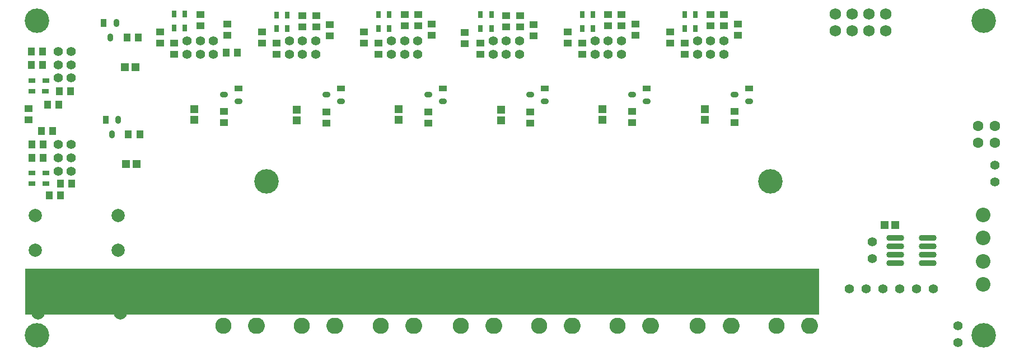
<source format=gbs>
G04 Layer_Color=16711935*
%FSLAX24Y24*%
%MOIN*%
G70*
G01*
G75*
%ADD100R,0.0474X0.0474*%
%ADD101R,0.0434X0.0474*%
%ADD102R,0.0474X0.0434*%
%ADD105R,0.0474X0.0474*%
%ADD132C,0.0552*%
%ADD133C,0.1458*%
%ADD134C,0.0789*%
%ADD135C,0.0680*%
%ADD136C,0.0630*%
%ADD137O,0.1005X0.0966*%
%ADD138C,0.0966*%
%ADD139C,0.0867*%
%ADD140R,4.7250X0.2750*%
%ADD141R,0.0395X0.0316*%
%ADD142R,0.0316X0.0395*%
%ADD143O,0.1064X0.0356*%
%ADD144R,0.0474X0.0356*%
%ADD145O,0.0474X0.0356*%
%ADD146R,0.0356X0.0474*%
%ADD147O,0.0356X0.0474*%
D100*
X62745Y17910D02*
D03*
X63375D02*
D03*
X17520Y27287D02*
D03*
X18150D02*
D03*
X17591Y21540D02*
D03*
X18221D02*
D03*
D101*
X24225Y28150D02*
D03*
X23555D02*
D03*
X17658Y29059D02*
D03*
X18327D02*
D03*
X11950Y28229D02*
D03*
X12619D02*
D03*
X11950Y27441D02*
D03*
X12619D02*
D03*
X17729Y23311D02*
D03*
X18398D02*
D03*
X12905Y25050D02*
D03*
X13575D02*
D03*
X12532Y23508D02*
D03*
X13201D02*
D03*
X11981Y22681D02*
D03*
X12650D02*
D03*
X11981Y21894D02*
D03*
X12650D02*
D03*
X13005Y19650D02*
D03*
X13675D02*
D03*
X13674Y20359D02*
D03*
X14343D02*
D03*
X13604Y25867D02*
D03*
X14273D02*
D03*
D102*
X53811Y24668D02*
D03*
Y23998D02*
D03*
X54008Y29864D02*
D03*
Y29195D02*
D03*
X53181Y30416D02*
D03*
Y29746D02*
D03*
X52393Y30416D02*
D03*
Y29746D02*
D03*
X50858Y28723D02*
D03*
Y28053D02*
D03*
X49992Y29392D02*
D03*
Y28723D02*
D03*
X47708Y24668D02*
D03*
Y23998D02*
D03*
X47905Y29864D02*
D03*
Y29195D02*
D03*
X47078Y30416D02*
D03*
Y29746D02*
D03*
X46291Y30416D02*
D03*
Y29746D02*
D03*
X44756Y28723D02*
D03*
Y28053D02*
D03*
X43890Y29392D02*
D03*
Y28723D02*
D03*
X41645Y24628D02*
D03*
Y23959D02*
D03*
X41842Y29825D02*
D03*
Y29156D02*
D03*
X41055Y30376D02*
D03*
Y29707D02*
D03*
X40228Y30376D02*
D03*
Y29707D02*
D03*
X38693Y28723D02*
D03*
Y28053D02*
D03*
X37748Y29353D02*
D03*
Y28683D02*
D03*
X35779Y29864D02*
D03*
Y29195D02*
D03*
X34992Y30416D02*
D03*
Y29746D02*
D03*
X34165Y30416D02*
D03*
Y29746D02*
D03*
X32630Y28723D02*
D03*
Y28053D02*
D03*
X31764Y29392D02*
D03*
Y28723D02*
D03*
X35582Y24628D02*
D03*
Y23959D02*
D03*
X29506Y24625D02*
D03*
Y23955D02*
D03*
X28915Y30373D02*
D03*
Y29703D02*
D03*
X29703Y29822D02*
D03*
Y29152D02*
D03*
X28089Y30373D02*
D03*
Y29703D02*
D03*
X26553Y28719D02*
D03*
Y28050D02*
D03*
X25687Y29388D02*
D03*
Y28719D02*
D03*
X23417Y24667D02*
D03*
Y23998D02*
D03*
X23614Y29864D02*
D03*
Y29195D02*
D03*
X22000Y30416D02*
D03*
Y29746D02*
D03*
X20464Y28723D02*
D03*
Y28053D02*
D03*
X19598Y29392D02*
D03*
Y28723D02*
D03*
X11770Y24825D02*
D03*
Y24155D02*
D03*
D105*
X45937Y24805D02*
D03*
Y24175D02*
D03*
X39913Y24766D02*
D03*
Y24136D02*
D03*
X33811Y24805D02*
D03*
Y24175D02*
D03*
X27734Y24763D02*
D03*
Y24133D02*
D03*
X21645Y24805D02*
D03*
Y24175D02*
D03*
X52039Y24805D02*
D03*
Y24175D02*
D03*
D132*
X65650Y14080D02*
D03*
X64650D02*
D03*
X61650D02*
D03*
X60650D02*
D03*
X63650D02*
D03*
X62650D02*
D03*
X67110Y11880D02*
D03*
Y10880D02*
D03*
X51606Y28073D02*
D03*
X52393D02*
D03*
X53181D02*
D03*
Y28860D02*
D03*
X52393D02*
D03*
X51606D02*
D03*
X45504Y28860D02*
D03*
X46291D02*
D03*
X47078D02*
D03*
Y28073D02*
D03*
X46291D02*
D03*
X45504D02*
D03*
X39441D02*
D03*
X40228D02*
D03*
X41016D02*
D03*
Y28860D02*
D03*
X40228D02*
D03*
X39441D02*
D03*
X33378Y28860D02*
D03*
X34165D02*
D03*
X34953D02*
D03*
Y28073D02*
D03*
X34165D02*
D03*
X33378D02*
D03*
X27301Y28070D02*
D03*
X28089D02*
D03*
X28876D02*
D03*
Y28857D02*
D03*
X28089D02*
D03*
X27301D02*
D03*
X21212Y28860D02*
D03*
X22000D02*
D03*
X22787D02*
D03*
Y28073D02*
D03*
X22000D02*
D03*
X21212D02*
D03*
X14323Y26654D02*
D03*
Y27441D02*
D03*
Y28229D02*
D03*
X13536D02*
D03*
Y27441D02*
D03*
Y26654D02*
D03*
Y21107D02*
D03*
Y21894D02*
D03*
Y22681D02*
D03*
X14323D02*
D03*
Y21894D02*
D03*
Y21107D02*
D03*
X69310Y21470D02*
D03*
Y20470D02*
D03*
X62010Y15889D02*
D03*
Y16889D02*
D03*
D133*
X68650Y11330D02*
D03*
X12280Y30070D02*
D03*
X68650D02*
D03*
X12280Y11330D02*
D03*
X25950Y20500D02*
D03*
X55940D02*
D03*
D134*
X12340Y12660D02*
D03*
X17261D02*
D03*
Y14707D02*
D03*
X12340D02*
D03*
X12189Y18454D02*
D03*
X17110D02*
D03*
Y16407D02*
D03*
X12189D02*
D03*
D135*
X62830Y30470D02*
D03*
Y29470D02*
D03*
X59830D02*
D03*
X60830D02*
D03*
X61830D02*
D03*
Y30470D02*
D03*
X60830D02*
D03*
X59830D02*
D03*
D136*
X69300Y23800D02*
D03*
Y22800D02*
D03*
X68300D02*
D03*
Y23800D02*
D03*
D137*
X58268Y11900D02*
D03*
X53598D02*
D03*
X48829D02*
D03*
X44138D02*
D03*
X39488D02*
D03*
X34718D02*
D03*
X30008D02*
D03*
X25359D02*
D03*
D138*
X56300D02*
D03*
X51630D02*
D03*
X46860D02*
D03*
X42170D02*
D03*
X37520D02*
D03*
X32750D02*
D03*
X28040D02*
D03*
X23390D02*
D03*
D139*
X68610Y18497D02*
D03*
Y17119D02*
D03*
Y15741D02*
D03*
Y14363D02*
D03*
D140*
X35225Y13925D02*
D03*
D141*
X12793Y25870D02*
D03*
X11967D02*
D03*
X11981Y20359D02*
D03*
X12808D02*
D03*
X11997Y26480D02*
D03*
X12823D02*
D03*
X12808Y20989D02*
D03*
X11981D02*
D03*
D142*
X50858Y30416D02*
D03*
Y29589D02*
D03*
X44756D02*
D03*
Y30416D02*
D03*
X38693D02*
D03*
Y29589D02*
D03*
X32630D02*
D03*
Y30416D02*
D03*
X26553Y30412D02*
D03*
Y29585D02*
D03*
X20464Y29628D02*
D03*
Y30455D02*
D03*
X51488Y30416D02*
D03*
Y29589D02*
D03*
X45386D02*
D03*
Y30416D02*
D03*
X39362D02*
D03*
Y29589D02*
D03*
X33260D02*
D03*
Y30416D02*
D03*
X27183Y30412D02*
D03*
Y29585D02*
D03*
X21094Y29628D02*
D03*
Y30455D02*
D03*
D143*
X65316Y15641D02*
D03*
Y16141D02*
D03*
Y16641D02*
D03*
Y17141D02*
D03*
X63387Y15641D02*
D03*
Y16141D02*
D03*
Y16641D02*
D03*
Y17141D02*
D03*
D144*
X48575Y26026D02*
D03*
X42512D02*
D03*
X36449D02*
D03*
X30372Y26022D02*
D03*
X24283Y26026D02*
D03*
X54677Y26026D02*
D03*
D145*
X48575Y25278D02*
D03*
X47708Y25652D02*
D03*
X42512Y25278D02*
D03*
X41645Y25652D02*
D03*
X36449Y25278D02*
D03*
X35582Y25652D02*
D03*
X30372Y25274D02*
D03*
X29506Y25648D02*
D03*
X24283Y25278D02*
D03*
X23417Y25652D02*
D03*
X54677Y25278D02*
D03*
X53811Y25652D02*
D03*
D146*
X16261Y29925D02*
D03*
X16371Y24177D02*
D03*
D147*
X17009Y29925D02*
D03*
X16635Y29059D02*
D03*
X17119Y24177D02*
D03*
X16745Y23311D02*
D03*
M02*

</source>
